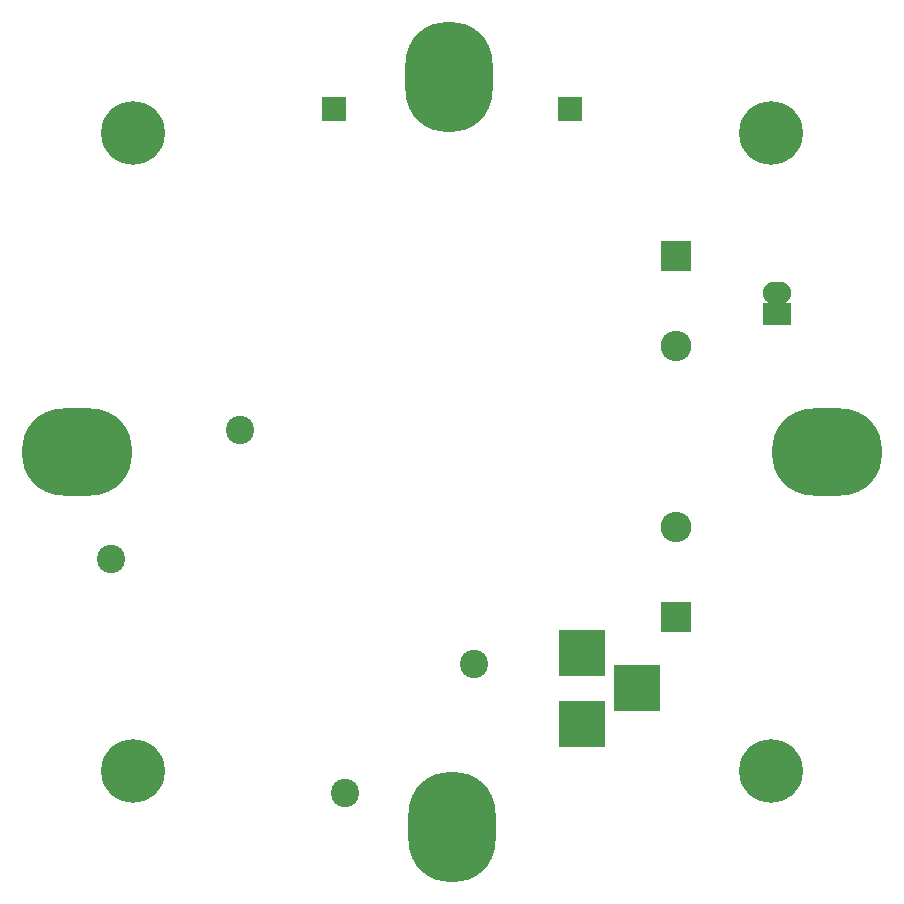
<source format=gbr>
G04 #@! TF.GenerationSoftware,KiCad,Pcbnew,(5.0.0)*
G04 #@! TF.CreationDate,2020-03-30T15:35:39-04:00*
G04 #@! TF.ProjectId,10W White LED,313057205768697465204C45442E6B69,rev?*
G04 #@! TF.SameCoordinates,Original*
G04 #@! TF.FileFunction,Soldermask,Bot*
G04 #@! TF.FilePolarity,Negative*
%FSLAX46Y46*%
G04 Gerber Fmt 4.6, Leading zero omitted, Abs format (unit mm)*
G04 Created by KiCad (PCBNEW (5.0.0)) date 03/30/20 15:35:39*
%MOMM*%
%LPD*%
G01*
G04 APERTURE LIST*
%ADD10O,9.400000X7.400000*%
%ADD11O,7.400000X9.400000*%
%ADD12C,5.400000*%
%ADD13R,2.100000X2.100000*%
%ADD14R,3.900000X3.900000*%
%ADD15R,2.400000X1.900000*%
%ADD16O,2.400000X1.900000*%
%ADD17O,2.600000X2.600000*%
%ADD18R,2.600000X2.600000*%
%ADD19C,2.400000*%
G04 APERTURE END LIST*
D10*
G04 #@! TO.C,LENSE1*
X181750000Y-100000000D03*
D11*
X149750000Y-68250000D03*
D10*
X118250000Y-100000000D03*
D11*
X150000000Y-131750000D03*
G04 #@! TD*
D12*
G04 #@! TO.C,MNT1*
X123000000Y-73000000D03*
G04 #@! TD*
G04 #@! TO.C,MNT2*
X177000000Y-73000000D03*
G04 #@! TD*
G04 #@! TO.C,MNT3*
X177000000Y-127000000D03*
G04 #@! TD*
G04 #@! TO.C,MNT4*
X123000000Y-127000000D03*
G04 #@! TD*
D13*
G04 #@! TO.C,NEG1*
X160000000Y-71000000D03*
G04 #@! TD*
G04 #@! TO.C,POS1*
X140000000Y-71000000D03*
G04 #@! TD*
D14*
G04 #@! TO.C,BARREL1*
X161000000Y-117000000D03*
X161000000Y-123000000D03*
X165700000Y-120000000D03*
G04 #@! TD*
D15*
G04 #@! TO.C,FAN1*
X177500000Y-88300000D03*
D16*
X177500000Y-86500000D03*
G04 #@! TD*
D17*
G04 #@! TO.C,SW1*
X169000000Y-106380000D03*
D18*
X169000000Y-114000000D03*
G04 #@! TD*
G04 #@! TO.C,SW2*
X169000000Y-83380000D03*
D17*
X169000000Y-91000000D03*
G04 #@! TD*
D19*
G04 #@! TO.C,U1*
X121120428Y-109080583D03*
X132080583Y-98120428D03*
X151879572Y-117919417D03*
X140919417Y-128879572D03*
G04 #@! TD*
M02*

</source>
